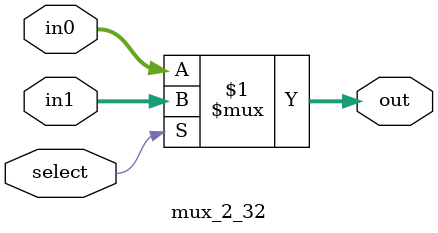
<source format=v>
module mux_2_32(out, in0, in1, select);

	input select;

	input[31:0] in0, in1;

	output [31:0] out;

	assign out = select ? in1 : in0;

endmodule
</source>
